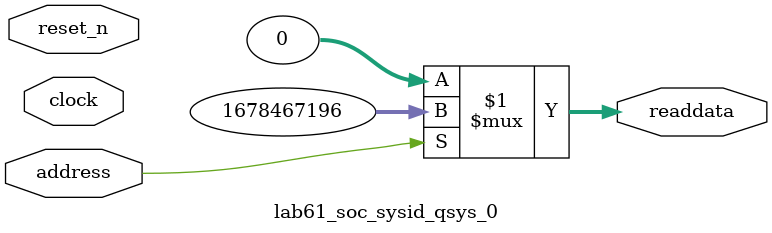
<source format=v>



// synthesis translate_off
`timescale 1ns / 1ps
// synthesis translate_on

// turn off superfluous verilog processor warnings 
// altera message_level Level1 
// altera message_off 10034 10035 10036 10037 10230 10240 10030 

module lab61_soc_sysid_qsys_0 (
               // inputs:
                address,
                clock,
                reset_n,

               // outputs:
                readdata
             )
;

  output  [ 31: 0] readdata;
  input            address;
  input            clock;
  input            reset_n;

  wire    [ 31: 0] readdata;
  //control_slave, which is an e_avalon_slave
  assign readdata = address ? 1678467196 : 0;

endmodule



</source>
